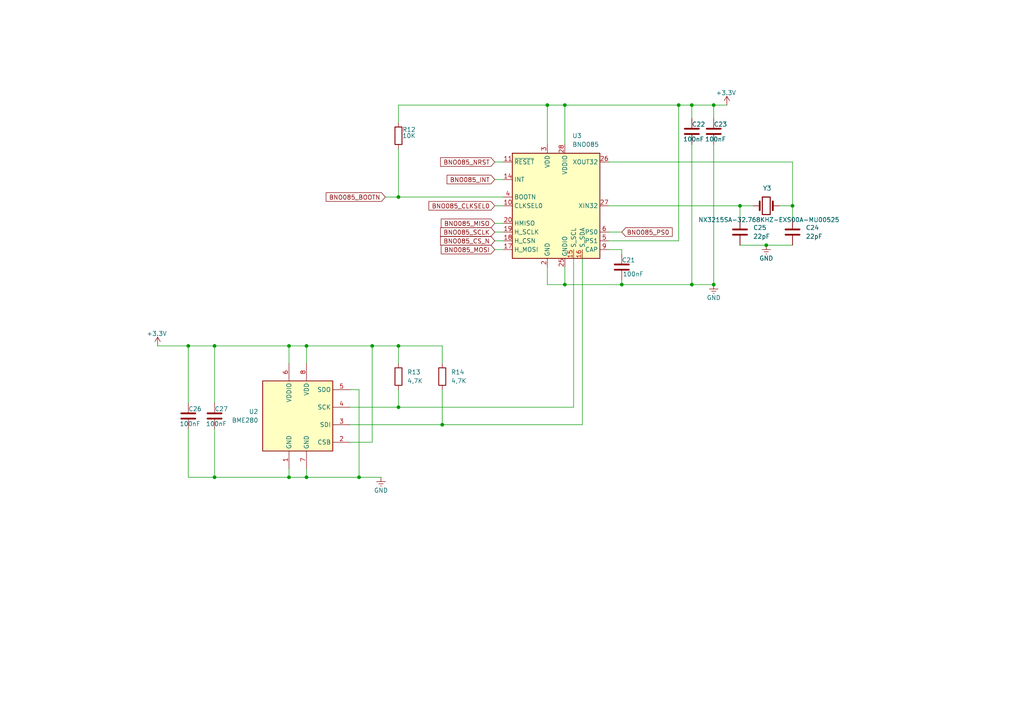
<source format=kicad_sch>
(kicad_sch (version 20250114) (generator "eeschema") (generator_version "9.0")
  (paper "A4")
  (lib_symbols
    (symbol "Device:C" (pin_numbers (hide yes)) (pin_names (offset 0.254))
      (property "Reference" "C" (at 0.635 2.54 0))
      (property "Value" "C" (at 0.635 -2.54 0))
      (symbol "C_0_1"
        (polyline (pts (xy -2.032 0.762) (xy 2.032 0.762)) (stroke (width 0.508)))
        (polyline (pts (xy -2.032 -0.762) (xy 2.032 -0.762)) (stroke (width 0.508)))
      )
      (symbol "C_1_1"
        (pin passive line (at 0 3.81 270) (length 2.794) (name "~") (number "1"))
        (pin passive line (at 0 -3.81 90) (length 2.794) (name "~") (number "2"))
      )
    )
    (symbol "Device:Crystal" (pin_numbers (hide yes)) (pin_names (offset 1.016) (hide yes))
      (property "Reference" "Y" (at 0 3.81 0))
      (property "Value" "Crystal" (at 0 -3.81 0))
      (symbol "Crystal_0_1"
        (polyline (pts (xy -2.54 0) (xy -1.905 0)))
        (polyline (pts (xy -1.905 -1.27) (xy -1.905 1.27)) (stroke (width 0.508)))
        (rectangle (start -1.143 2.54) (end 1.143 -2.54) (stroke (width 0.3048)))
        (polyline (pts (xy 1.905 -1.27) (xy 1.905 1.27)) (stroke (width 0.508)))
        (polyline (pts (xy 2.54 0) (xy 1.905 0)))
      )
      (symbol "Crystal_1_1"
        (pin passive line (at -3.81 0 0) (length 1.27) (name "1") (number "1"))
        (pin passive line (at 3.81 0 180) (length 1.27) (name "2") (number "2"))
      )
    )
    (symbol "Device:R" (pin_numbers (hide yes)) (pin_names (offset 0))
      (property "Reference" "R" (at 2.032 0 90))
      (property "Value" "R" (at 0 0 90))
      (symbol "R_0_1"
        (rectangle (start -1.016 -2.54) (end 1.016 2.54) (stroke (width 0.254)))
      )
      (symbol "R_1_1"
        (pin passive line (at 0 3.81 270) (length 1.27) (name "~") (number "1"))
        (pin passive line (at 0 -3.81 90) (length 1.27) (name "~") (number "2"))
      )
    )
    (symbol "Sensor:BME280"
      (property "Reference" "U" (at -8.89 11.43 0))
      (property "Value" "BME280" (at 7.62 11.43 0))
      (symbol "BME280_0_1"
        (rectangle (start -10.16 10.16) (end 10.16 -10.16) (stroke (width 0.254)) (fill (type background)))
      )
      (symbol "BME280_1_1"
        (pin power_in line (at -2.54 15.24 270) (length 5.08) (name "VDDIO") (number "6"))
        (pin power_in line (at -2.54 -15.24 90) (length 5.08) (name "GND") (number "1"))
        (pin power_in line (at 2.54 15.24 270) (length 5.08) (name "VDD") (number "8"))
        (pin power_in line (at 2.54 -15.24 90) (length 5.08) (name "GND") (number "7"))
        (pin bidirectional line (at 15.24 7.62 180) (length 5.08) (name "SDO") (number "5"))
        (pin input line (at 15.24 2.54 180) (length 5.08) (name "SCK") (number "4"))
        (pin bidirectional line (at 15.24 -2.54 180) (length 5.08) (name "SDI") (number "3"))
        (pin input line (at 15.24 -7.62 180) (length 5.08) (name "CSB") (number "2"))
      )
    )
    (symbol "bno085:BNO085"
      (property "Reference" "U3" (at 4.6833 20.32 0))
      (property "Value" "BNO085" (at 4.6833 17.78 0))
      (symbol "BNO085_0_1"
        (rectangle (start -12.7 15.24) (end 12.7 -15.24) (stroke (width 0.254)) (fill (type background)))
      )
      (symbol "BNO085_1_1"
        (pin input line (at -15.24 12.7 0) (length 2.54) (name "~{RESET}") (number "11"))
        (pin output line (at -15.24 7.62 0) (length 2.54) (name "INT") (number "14"))
        (pin input line (at -15.24 2.54 0) (length 2.54) (name "BOOTN") (number "4"))
        (pin input line (at -15.24 0 0) (length 2.54) (name "CLKSEL0") (number "10"))
        (pin bidirectional line (at -15.24 -5.08 0) (length 2.54) (name "HMISO") (number "20"))
        (pin bidirectional line (at -15.24 -7.62 0) (length 2.54) (name "H_SCLK") (number "19"))
        (pin passive line (at -15.24 -10.16 0) (length 2.54) (name "H_CSN") (number "18"))
        (pin input line (at -15.24 -12.7 0) (length 2.54) (name "H_MOSI") (number "17"))
        (pin no_connect line (at -12.7 10.16 0) (length 2.54) (hide yes) (name "PIN1") (number "1"))
        (pin no_connect line (at -12.7 5.08 0) (length 2.54) (hide yes) (name "PIN7") (number "7"))
        (pin no_connect line (at -12.7 -2.54 0) (length 2.54) (hide yes) (name "PIN8") (number "8"))
        (pin power_in line (at -2.54 17.78 270) (length 2.54) (name "VDD") (number "3"))
        (pin power_in line (at -2.54 -17.78 90) (length 2.54) (name "GND") (number "2"))
        (pin power_in line (at 2.54 17.78 270) (length 2.54) (name "VDDIO") (number "28"))
        (pin power_in line (at 2.54 -17.78 90) (length 2.54) (name "GNDIO") (number "25"))
        (pin bidirectional line (at 5.08 -15.24 90) (length 2.54) (name "S_SCL") (number "15"))
        (pin bidirectional line (at 7.62 -15.24 90) (length 2.54) (name "S_SDA") (number "16"))
        (pin no_connect line (at 12.7 10.16 180) (length 2.54) (hide yes) (name "PIN12") (number "12"))
        (pin no_connect line (at 12.7 7.62 180) (length 2.54) (hide yes) (name "PIN13") (number "13"))
        (pin no_connect line (at 12.7 5.08 180) (length 2.54) (hide yes) (name "PIN21") (number "21"))
        (pin no_connect line (at 12.7 2.54 180) (length 2.54) (hide yes) (name "PIN22") (number "22"))
        (pin no_connect line (at 12.7 -2.54 180) (length 2.54) (hide yes) (name "PIN23") (number "23"))
        (pin no_connect line (at 12.7 -5.08 180) (length 2.54) (hide yes) (name "PIN24") (number "24"))
        (pin output line (at 15.24 12.7 180) (length 2.54) (name "XOUT32") (number "26"))
        (pin input line (at 15.24 0 180) (length 2.54) (name "XIN32") (number "27"))
        (pin input line (at 15.24 -7.62 180) (length 2.54) (name "PS0") (number "6"))
        (pin input line (at 15.24 -10.16 180) (length 2.54) (name "PS1") (number "5"))
        (pin passive line (at 15.24 -12.7 180) (length 2.54) (name "CAP") (number "9"))
      )
    )
    (symbol "power:+3.3V" (power) (pin_numbers (hide yes)) (pin_names (offset 0) (hide yes))
      (property "Value" "+3.3V" (at 0 3.556 0))
      (symbol "+3.3V_0_1"
        (polyline (pts (xy -0.762 1.27) (xy 0 2.54)))
        (polyline (pts (xy 0 2.54) (xy 0.762 1.27)))
        (polyline (pts (xy 0 0) (xy 0 2.54)))
      )
      (symbol "+3.3V_1_1"
        (pin power_in line (at 0 0 90) (length 0) (name "~") (number "1"))
      )
    )
    (symbol "power:Earth" (power) (pin_numbers (hide yes)) (pin_names (offset 0) (hide yes))
      (property "Value" "Earth" (at 0 -3.81 0))
      (symbol "Earth_0_1"
        (polyline (pts (xy -0.635 -1.905) (xy 0.635 -1.905)))
        (polyline (pts (xy -0.127 -2.54) (xy 0.127 -2.54)))
        (polyline (pts (xy 0 -1.27) (xy 0 0)))
        (polyline (pts (xy 1.27 -1.27) (xy -1.27 -1.27)))
      )
      (symbol "Earth_1_1"
        (pin power_in line (at 0 0 270) (length 0) (name "~") (number "1"))
      )
    )
  )
  (junction (at 115.57 118.11))
  (junction (at 196.85 30.48))
  (junction (at 214.63 59.69))
  (junction (at 180.34 82.55))
  (junction (at 163.83 82.55))
  (junction (at 115.57 100.33))
  (junction (at 83.82 100.33))
  (junction (at 200.66 30.48))
  (junction (at 207.01 30.48))
  (junction (at 88.9 138.43))
  (junction (at 104.14 138.43))
  (junction (at 107.95 100.33))
  (junction (at 128.27 123.19))
  (junction (at 62.23 138.43))
  (junction (at 88.9 100.33))
  (junction (at 200.66 82.55))
  (junction (at 158.75 30.48))
  (junction (at 115.57 57.15))
  (junction (at 54.61 100.33))
  (junction (at 207.01 82.55))
  (junction (at 62.23 100.33))
  (junction (at 163.83 30.48))
  (junction (at 229.87 59.69))
  (junction (at 83.82 138.43))
  (junction (at 222.25 71.12))
  (wire (pts (xy 88.9 138.43) (xy 104.14 138.43)))
  (wire (pts (xy 207.01 30.48) (xy 207.01 34.29)))
  (wire (pts (xy 180.34 82.55) (xy 200.66 82.55)))
  (wire (pts (xy 207.01 41.91) (xy 207.01 82.55)))
  (wire (pts (xy 115.57 118.11) (xy 166.37 118.11)))
  (wire (pts (xy 88.9 105.41) (xy 88.9 100.33)))
  (wire (pts (xy 104.14 138.43) (xy 110.49 138.43)))
  (wire (pts (xy 218.44 59.69) (xy 214.63 59.69)))
  (wire (pts (xy 176.53 69.85) (xy 196.85 69.85)))
  (wire (pts (xy 62.23 138.43) (xy 83.82 138.43)))
  (wire (pts (xy 115.57 35.56) (xy 115.57 30.48)))
  (wire (pts (xy 115.57 30.48) (xy 158.75 30.48)))
  (wire (pts (xy 163.83 77.47) (xy 163.83 82.55)))
  (wire (pts (xy 54.61 138.43) (xy 62.23 138.43)))
  (wire (pts (xy 196.85 69.85) (xy 196.85 30.48)))
  (wire (pts (xy 143.51 69.85) (xy 146.05 69.85)))
  (wire (pts (xy 207.01 30.48) (xy 210.82 30.48)))
  (wire (pts (xy 115.57 57.15) (xy 146.05 57.15)))
  (wire (pts (xy 200.66 41.91) (xy 200.66 82.55)))
  (wire (pts (xy 128.27 113.03) (xy 128.27 123.19)))
  (wire (pts (xy 115.57 43.18) (xy 115.57 57.15)))
  (wire (pts (xy 115.57 100.33) (xy 107.95 100.33)))
  (wire (pts (xy 83.82 100.33) (xy 62.23 100.33)))
  (wire (pts (xy 62.23 100.33) (xy 62.23 116.84)))
  (wire (pts (xy 229.87 71.12) (xy 222.25 71.12)))
  (wire (pts (xy 83.82 100.33) (xy 83.82 105.41)))
  (wire (pts (xy 176.53 67.31) (xy 180.34 67.31)))
  (wire (pts (xy 229.87 63.5) (xy 229.87 59.69)))
  (wire (pts (xy 104.14 113.03) (xy 104.14 138.43)))
  (wire (pts (xy 200.66 30.48) (xy 207.01 30.48)))
  (wire (pts (xy 163.83 30.48) (xy 196.85 30.48)))
  (wire (pts (xy 143.51 46.99) (xy 146.05 46.99)))
  (wire (pts (xy 143.51 59.69) (xy 146.05 59.69)))
  (wire (pts (xy 54.61 100.33) (xy 45.72 100.33)))
  (wire (pts (xy 229.87 46.99) (xy 176.53 46.99)))
  (wire (pts (xy 180.34 72.39) (xy 180.34 73.66)))
  (wire (pts (xy 200.66 82.55) (xy 207.01 82.55)))
  (wire (pts (xy 88.9 100.33) (xy 83.82 100.33)))
  (wire (pts (xy 143.51 64.77) (xy 146.05 64.77)))
  (wire (pts (xy 83.82 135.89) (xy 83.82 138.43)))
  (wire (pts (xy 176.53 59.69) (xy 214.63 59.69)))
  (wire (pts (xy 101.6 113.03) (xy 104.14 113.03)))
  (wire (pts (xy 158.75 30.48) (xy 163.83 30.48)))
  (wire (pts (xy 196.85 30.48) (xy 200.66 30.48)))
  (wire (pts (xy 163.83 30.48) (xy 163.83 41.91)))
  (wire (pts (xy 107.95 128.27) (xy 107.95 100.33)))
  (wire (pts (xy 168.91 74.93) (xy 168.91 123.19)))
  (wire (pts (xy 143.51 67.31) (xy 146.05 67.31)))
  (wire (pts (xy 54.61 124.46) (xy 54.61 138.43)))
  (wire (pts (xy 214.63 71.12) (xy 222.25 71.12)))
  (wire (pts (xy 158.75 77.47) (xy 158.75 82.55)))
  (wire (pts (xy 214.63 59.69) (xy 214.63 63.5)))
  (wire (pts (xy 101.6 128.27) (xy 107.95 128.27)))
  (wire (pts (xy 88.9 100.33) (xy 107.95 100.33)))
  (wire (pts (xy 176.53 72.39) (xy 180.34 72.39)))
  (wire (pts (xy 168.91 123.19) (xy 128.27 123.19)))
  (wire (pts (xy 128.27 105.41) (xy 128.27 100.33)))
  (wire (pts (xy 83.82 138.43) (xy 88.9 138.43)))
  (wire (pts (xy 158.75 30.48) (xy 158.75 41.91)))
  (wire (pts (xy 54.61 100.33) (xy 54.61 116.84)))
  (wire (pts (xy 101.6 118.11) (xy 115.57 118.11)))
  (wire (pts (xy 229.87 59.69) (xy 226.06 59.69)))
  (wire (pts (xy 88.9 135.89) (xy 88.9 138.43)))
  (wire (pts (xy 180.34 81.28) (xy 180.34 82.55)))
  (wire (pts (xy 158.75 82.55) (xy 163.83 82.55)))
  (wire (pts (xy 62.23 100.33) (xy 54.61 100.33)))
  (wire (pts (xy 229.87 46.99) (xy 229.87 59.69)))
  (wire (pts (xy 143.51 52.07) (xy 146.05 52.07)))
  (wire (pts (xy 143.51 72.39) (xy 146.05 72.39)))
  (wire (pts (xy 200.66 30.48) (xy 200.66 34.29)))
  (wire (pts (xy 163.83 82.55) (xy 180.34 82.55)))
  (wire (pts (xy 128.27 123.19) (xy 101.6 123.19)))
  (wire (pts (xy 115.57 100.33) (xy 115.57 105.41)))
  (wire (pts (xy 128.27 100.33) (xy 115.57 100.33)))
  (wire (pts (xy 111.76 57.15) (xy 115.57 57.15)))
  (wire (pts (xy 115.57 113.03) (xy 115.57 118.11)))
  (wire (pts (xy 166.37 118.11) (xy 166.37 74.93)))
  (wire (pts (xy 62.23 124.46) (xy 62.23 138.43)))
  (global_label "BNO085_PS0" (shape input) (at 180.34 67.31 0) (property "Intersheetrefs" "${INTERSHEET_REFS}" (effects (hide yes))))
  (global_label "BNO085_CLKSEL0" (shape input) (at 143.51 59.69 180) (property "Intersheetrefs" "${INTERSHEET_REFS}" (effects (hide yes))))
  (global_label "BNO085_SCLK" (shape input) (at 143.51 67.31 180) (property "Intersheetrefs" "${INTERSHEET_REFS}" (effects (hide yes))))
  (global_label "BNO085_NRST" (shape input) (at 143.51 46.99 180) (property "Intersheetrefs" "${INTERSHEET_REFS}" (effects (hide yes))))
  (global_label "BNO085_CS_N" (shape input) (at 143.51 69.85 180) (property "Intersheetrefs" "${INTERSHEET_REFS}" (effects (hide yes))))
  (global_label "BNO085_MISO" (shape input) (at 143.51 64.77 180) (property "Intersheetrefs" "${INTERSHEET_REFS}" (effects (hide yes))))
  (global_label "BNO085_INT" (shape input) (at 143.51 52.07 180) (property "Intersheetrefs" "${INTERSHEET_REFS}" (effects (hide yes))))
  (global_label "BNO085_MOSI" (shape input) (at 143.51 72.39 180) (property "Intersheetrefs" "${INTERSHEET_REFS}" (effects (hide yes))))
  (global_label "BNO085_BOOTN" (shape input) (at 111.76 57.15 180) (property "Intersheetrefs" "${INTERSHEET_REFS}" (effects (hide yes))))
  (symbol (lib_id "power:Earth") (at 207.01 82.55 0) (unit 1)
    (property "Reference" "#PWR040" (effects (hide yes)))
    (property "Value" "GND" (at 207.01 86.36 0))
    (property "Description" "Power symbol creates a global label with name \"Earth\"" (effects (hide yes)))
  )
  (symbol (lib_id "Device:C") (at 62.23 120.65 180) (unit 1)
    (property "Reference" "C27" (at 62.23 118.618 0) (effects (justify right)))
    (property "Value" "100nF" (at 59.69 122.936 0) (effects (justify right)))
    (property "Footprint" "Capacitor_SMD:C_0603_1608Metric_Pad1.08x0.95mm_HandSolder" (effects (hide yes)))
    (property "Description" "Unpolarized capacitor" (effects (hide yes)))
  )
  (symbol (lib_id "Device:R") (at 115.57 109.22 0) (unit 1)
    (property "Reference" "R13" (at 118.11 107.9499 0) (effects (justify left)))
    (property "Value" "4,7K" (at 118.11 110.4899 0) (effects (justify left)))
    (property "Footprint" "Resistor_SMD:R_0805_2012Metric_Pad1.20x1.40mm_HandSolder" (effects (hide yes)))
    (property "Description" "Resistor" (effects (hide yes)))
  )
  (symbol (lib_id "Device:C") (at 54.61 120.65 180) (unit 1)
    (property "Reference" "C26" (at 54.61 118.618 0) (effects (justify right)))
    (property "Value" "100nF" (at 52.07 122.936 0) (effects (justify right)))
    (property "Footprint" "Capacitor_SMD:C_0603_1608Metric_Pad1.08x0.95mm_HandSolder" (effects (hide yes)))
    (property "Description" "Unpolarized capacitor" (effects (hide yes)))
  )
  (symbol (lib_id "power:+3.3V") (at 210.82 30.48 0) (unit 1)
    (property "Reference" "#PWR039" (effects (hide yes)))
    (property "Value" "+3.3V" (at 210.566 26.924 0))
    (property "Description" "Power symbol creates a global label with name \"+3.3V\"" (effects (hide yes)))
  )
  (symbol (lib_id "power:+3.3V") (at 45.72 100.33 0) (unit 1)
    (property "Reference" "#PWR043" (effects (hide yes)))
    (property "Value" "+3.3V" (at 45.466 96.774 0))
    (property "Description" "Power symbol creates a global label with name \"+3.3V\"" (effects (hide yes)))
  )
  (symbol (lib_id "power:Earth") (at 222.25 71.12 0) (unit 1)
    (property "Reference" "#PWR041" (effects (hide yes)))
    (property "Value" "GND" (at 222.25 74.93 0))
    (property "Description" "Power symbol creates a global label with name \"Earth\"" (effects (hide yes)))
  )
  (symbol (lib_id "Device:C") (at 214.63 67.31 180) (unit 1)
    (property "Reference" "C25" (at 218.44 66.0399 0) (effects (justify right)))
    (property "Value" "22pF" (at 218.44 68.5799 0) (effects (justify right)))
    (property "Footprint" "Capacitor_SMD:C_0805_2012Metric_Pad1.18x1.45mm_HandSolder" (effects (hide yes)))
    (property "Description" "Unpolarized capacitor" (effects (hide yes)))
  )
  (symbol (lib_id "Sensor:BME280") (at 86.36 120.65 0) (unit 1)
    (property "Reference" "U2" (at 74.93 119.3799 0) (effects (justify right)))
    (property "Value" "BME280" (at 74.93 121.9199 0) (effects (justify right)))
    (property "Footprint" "Package_LGA:Bosch_LGA-8_2.5x2.5mm_P0.65mm_ClockwisePinNumbering" (effects (hide yes)))
    (property "Datasheet" "https://www.bosch-sensortec.com/media/boschsensortec/downloads/datasheets/bst-bme280-ds002.pdf" (effects (hide yes)))
    (property "Description" "3-in-1 sensor, humidity, pressure, temperature, I2C and SPI interface, 1.71-3.6V, LGA-8" (effects (hide yes)))
  )
  (symbol (lib_id "bno085:BNO085") (at 161.29 59.69 0) (unit 1)
    (property "Reference" "U3" (at 165.9733 39.37 0) (effects (justify left)))
    (property "Value" "BNO085" (at 165.9733 41.91 0) (effects (justify left)))
    (property "Footprint" "Package_LGA:LGA-28_5.2x3.8mm_P0.5mm" (effects (hide yes)))
    (property "Datasheet" "https://static.chipdip.ru/lib/063/DOC057063187.pdf" (effects (hide yes)))
    (property "Description" "Intelligent 9-axis absolute orientation sensor, LGA-28" (effects (hide yes)))
  )
  (symbol (lib_id "Device:R") (at 115.57 39.37 180) (unit 1)
    (property "Reference" "R12" (at 118.618 37.592 0))
    (property "Value" "10K" (at 118.618 39.37 0))
    (property "Footprint" "Resistor_SMD:R_0805_2012Metric_Pad1.20x1.40mm_HandSolder" (effects (hide yes)))
    (property "Description" "Resistor" (effects (hide yes)))
  )
  (symbol (lib_id "Device:C") (at 229.87 67.31 180) (unit 1)
    (property "Reference" "C24" (at 233.68 66.0399 0) (effects (justify right)))
    (property "Value" "22pF" (at 233.68 68.5799 0) (effects (justify right)))
    (property "Footprint" "Capacitor_SMD:C_0805_2012Metric_Pad1.18x1.45mm_HandSolder" (effects (hide yes)))
    (property "Description" "Unpolarized capacitor" (effects (hide yes)))
  )
  (symbol (lib_id "Device:C") (at 200.66 38.1 180) (unit 1)
    (property "Reference" "C22" (at 200.66 36.068 0) (effects (justify right)))
    (property "Value" "100nF" (at 198.12 40.386 0) (effects (justify right)))
    (property "Footprint" "Capacitor_SMD:C_0603_1608Metric_Pad1.08x0.95mm_HandSolder" (effects (hide yes)))
    (property "Description" "Unpolarized capacitor" (effects (hide yes)))
  )
  (symbol (lib_id "Device:R") (at 128.27 109.22 0) (unit 1)
    (property "Reference" "R14" (at 130.81 107.9499 0) (effects (justify left)))
    (property "Value" "4,7K" (at 130.81 110.4899 0) (effects (justify left)))
    (property "Footprint" "Resistor_SMD:R_0805_2012Metric_Pad1.20x1.40mm_HandSolder" (effects (hide yes)))
    (property "Description" "Resistor" (effects (hide yes)))
  )
  (symbol (lib_id "Device:Crystal") (at 222.25 59.69 0) (unit 1)
    (property "Reference" "Y3" (at 222.504 54.61 0))
    (property "Value" "NX3215SA-32.768KHZ-EXS00A-MU00525" (at 223.012 63.754 0))
    (property "Footprint" "Crystal:Crystal_SMD_3215-2Pin_3.2x1.5mm" (effects (hide yes)))
    (property "Description" "Two pin crystal" (effects (hide yes)))
  )
  (symbol (lib_id "power:Earth") (at 110.49 138.43 0) (unit 1)
    (property "Reference" "#PWR042" (effects (hide yes)))
    (property "Value" "GND" (at 110.49 142.24 0))
    (property "Description" "Power symbol creates a global label with name \"Earth\"" (effects (hide yes)))
  )
  (symbol (lib_id "Device:C") (at 180.34 77.47 180) (unit 1)
    (property "Reference" "C21" (at 180.34 75.438 0) (effects (justify right)))
    (property "Value" "100nF" (at 180.594 79.502 0) (effects (justify right)))
    (property "Footprint" "Capacitor_SMD:C_0603_1608Metric_Pad1.08x0.95mm_HandSolder" (effects (hide yes)))
    (property "Description" "Unpolarized capacitor" (effects (hide yes)))
  )
  (symbol (lib_id "Device:C") (at 207.01 38.1 180) (unit 1)
    (property "Reference" "C23" (at 207.01 36.068 0) (effects (justify right)))
    (property "Value" "100nF" (at 204.47 40.386 0) (effects (justify right)))
    (property "Footprint" "Capacitor_SMD:C_0603_1608Metric_Pad1.08x0.95mm_HandSolder" (effects (hide yes)))
    (property "Description" "Unpolarized capacitor" (effects (hide yes)))
  )
)
</source>
